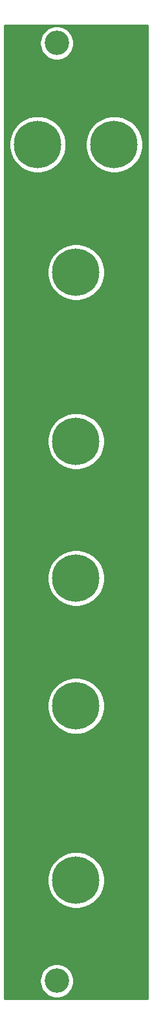
<source format=gbr>
%TF.GenerationSoftware,KiCad,Pcbnew,(5.1.6-0-10_14)*%
%TF.CreationDate,2020-11-24T12:53:35-06:00*%
%TF.ProjectId,auxboxPanel,61757862-6f78-4506-916e-656c2e6b6963,rev?*%
%TF.SameCoordinates,Original*%
%TF.FileFunction,Copper,L2,Bot*%
%TF.FilePolarity,Positive*%
%FSLAX46Y46*%
G04 Gerber Fmt 4.6, Leading zero omitted, Abs format (unit mm)*
G04 Created by KiCad (PCBNEW (5.1.6-0-10_14)) date 2020-11-24 12:53:35*
%MOMM*%
%LPD*%
G01*
G04 APERTURE LIST*
%TA.AperFunction,ComponentPad*%
%ADD10C,6.200000*%
%TD*%
%TA.AperFunction,ComponentPad*%
%ADD11C,3.200000*%
%TD*%
%TA.AperFunction,NonConductor*%
%ADD12C,0.254000*%
%TD*%
G04 APERTURE END LIST*
D10*
%TO.P,REF\u002A\u002A,*%
%TO.N,*%
X55000000Y-56990000D03*
%TD*%
%TO.P,REF\u002A\u002A,*%
%TO.N,*%
X65000000Y-56990000D03*
%TD*%
%TO.P,REF\u002A\u002A,*%
%TO.N,*%
X60000000Y-73683899D03*
%TD*%
%TO.P,REF\u002A\u002A,*%
%TO.N,*%
X60000000Y-95756799D03*
%TD*%
%TO.P,REF\u002A\u002A,*%
%TO.N,*%
X60000000Y-113650698D03*
%TD*%
%TO.P,REF\u002A\u002A,*%
%TO.N,*%
X60000000Y-130344597D03*
%TD*%
%TO.P,REF\u002A\u002A,*%
%TO.N,*%
X60000000Y-153088500D03*
%TD*%
D11*
%TO.P,REF\u002A\u002A,*%
%TO.N,*%
X57500000Y-43750000D03*
%TD*%
%TO.P,REF\u002A\u002A,*%
%TO.N,*%
X57500000Y-166250000D03*
%TD*%
D12*
G36*
X69340001Y-168590000D02*
G01*
X50660000Y-168590000D01*
X50660000Y-166029872D01*
X55265000Y-166029872D01*
X55265000Y-166470128D01*
X55350890Y-166901925D01*
X55519369Y-167308669D01*
X55763962Y-167674729D01*
X56075271Y-167986038D01*
X56441331Y-168230631D01*
X56848075Y-168399110D01*
X57279872Y-168485000D01*
X57720128Y-168485000D01*
X58151925Y-168399110D01*
X58558669Y-168230631D01*
X58924729Y-167986038D01*
X59236038Y-167674729D01*
X59480631Y-167308669D01*
X59649110Y-166901925D01*
X59735000Y-166470128D01*
X59735000Y-166029872D01*
X59649110Y-165598075D01*
X59480631Y-165191331D01*
X59236038Y-164825271D01*
X58924729Y-164513962D01*
X58558669Y-164269369D01*
X58151925Y-164100890D01*
X57720128Y-164015000D01*
X57279872Y-164015000D01*
X56848075Y-164100890D01*
X56441331Y-164269369D01*
X56075271Y-164513962D01*
X55763962Y-164825271D01*
X55519369Y-165191331D01*
X55350890Y-165598075D01*
X55265000Y-166029872D01*
X50660000Y-166029872D01*
X50660000Y-152720635D01*
X56265000Y-152720635D01*
X56265000Y-153456365D01*
X56408534Y-154177959D01*
X56690086Y-154857686D01*
X57098836Y-155469424D01*
X57619076Y-155989664D01*
X58230814Y-156398414D01*
X58910541Y-156679966D01*
X59632135Y-156823500D01*
X60367865Y-156823500D01*
X61089459Y-156679966D01*
X61769186Y-156398414D01*
X62380924Y-155989664D01*
X62901164Y-155469424D01*
X63309914Y-154857686D01*
X63591466Y-154177959D01*
X63735000Y-153456365D01*
X63735000Y-152720635D01*
X63591466Y-151999041D01*
X63309914Y-151319314D01*
X62901164Y-150707576D01*
X62380924Y-150187336D01*
X61769186Y-149778586D01*
X61089459Y-149497034D01*
X60367865Y-149353500D01*
X59632135Y-149353500D01*
X58910541Y-149497034D01*
X58230814Y-149778586D01*
X57619076Y-150187336D01*
X57098836Y-150707576D01*
X56690086Y-151319314D01*
X56408534Y-151999041D01*
X56265000Y-152720635D01*
X50660000Y-152720635D01*
X50660000Y-129976732D01*
X56265000Y-129976732D01*
X56265000Y-130712462D01*
X56408534Y-131434056D01*
X56690086Y-132113783D01*
X57098836Y-132725521D01*
X57619076Y-133245761D01*
X58230814Y-133654511D01*
X58910541Y-133936063D01*
X59632135Y-134079597D01*
X60367865Y-134079597D01*
X61089459Y-133936063D01*
X61769186Y-133654511D01*
X62380924Y-133245761D01*
X62901164Y-132725521D01*
X63309914Y-132113783D01*
X63591466Y-131434056D01*
X63735000Y-130712462D01*
X63735000Y-129976732D01*
X63591466Y-129255138D01*
X63309914Y-128575411D01*
X62901164Y-127963673D01*
X62380924Y-127443433D01*
X61769186Y-127034683D01*
X61089459Y-126753131D01*
X60367865Y-126609597D01*
X59632135Y-126609597D01*
X58910541Y-126753131D01*
X58230814Y-127034683D01*
X57619076Y-127443433D01*
X57098836Y-127963673D01*
X56690086Y-128575411D01*
X56408534Y-129255138D01*
X56265000Y-129976732D01*
X50660000Y-129976732D01*
X50660000Y-113282833D01*
X56265000Y-113282833D01*
X56265000Y-114018563D01*
X56408534Y-114740157D01*
X56690086Y-115419884D01*
X57098836Y-116031622D01*
X57619076Y-116551862D01*
X58230814Y-116960612D01*
X58910541Y-117242164D01*
X59632135Y-117385698D01*
X60367865Y-117385698D01*
X61089459Y-117242164D01*
X61769186Y-116960612D01*
X62380924Y-116551862D01*
X62901164Y-116031622D01*
X63309914Y-115419884D01*
X63591466Y-114740157D01*
X63735000Y-114018563D01*
X63735000Y-113282833D01*
X63591466Y-112561239D01*
X63309914Y-111881512D01*
X62901164Y-111269774D01*
X62380924Y-110749534D01*
X61769186Y-110340784D01*
X61089459Y-110059232D01*
X60367865Y-109915698D01*
X59632135Y-109915698D01*
X58910541Y-110059232D01*
X58230814Y-110340784D01*
X57619076Y-110749534D01*
X57098836Y-111269774D01*
X56690086Y-111881512D01*
X56408534Y-112561239D01*
X56265000Y-113282833D01*
X50660000Y-113282833D01*
X50660000Y-95388934D01*
X56265000Y-95388934D01*
X56265000Y-96124664D01*
X56408534Y-96846258D01*
X56690086Y-97525985D01*
X57098836Y-98137723D01*
X57619076Y-98657963D01*
X58230814Y-99066713D01*
X58910541Y-99348265D01*
X59632135Y-99491799D01*
X60367865Y-99491799D01*
X61089459Y-99348265D01*
X61769186Y-99066713D01*
X62380924Y-98657963D01*
X62901164Y-98137723D01*
X63309914Y-97525985D01*
X63591466Y-96846258D01*
X63735000Y-96124664D01*
X63735000Y-95388934D01*
X63591466Y-94667340D01*
X63309914Y-93987613D01*
X62901164Y-93375875D01*
X62380924Y-92855635D01*
X61769186Y-92446885D01*
X61089459Y-92165333D01*
X60367865Y-92021799D01*
X59632135Y-92021799D01*
X58910541Y-92165333D01*
X58230814Y-92446885D01*
X57619076Y-92855635D01*
X57098836Y-93375875D01*
X56690086Y-93987613D01*
X56408534Y-94667340D01*
X56265000Y-95388934D01*
X50660000Y-95388934D01*
X50660000Y-73316034D01*
X56265000Y-73316034D01*
X56265000Y-74051764D01*
X56408534Y-74773358D01*
X56690086Y-75453085D01*
X57098836Y-76064823D01*
X57619076Y-76585063D01*
X58230814Y-76993813D01*
X58910541Y-77275365D01*
X59632135Y-77418899D01*
X60367865Y-77418899D01*
X61089459Y-77275365D01*
X61769186Y-76993813D01*
X62380924Y-76585063D01*
X62901164Y-76064823D01*
X63309914Y-75453085D01*
X63591466Y-74773358D01*
X63735000Y-74051764D01*
X63735000Y-73316034D01*
X63591466Y-72594440D01*
X63309914Y-71914713D01*
X62901164Y-71302975D01*
X62380924Y-70782735D01*
X61769186Y-70373985D01*
X61089459Y-70092433D01*
X60367865Y-69948899D01*
X59632135Y-69948899D01*
X58910541Y-70092433D01*
X58230814Y-70373985D01*
X57619076Y-70782735D01*
X57098836Y-71302975D01*
X56690086Y-71914713D01*
X56408534Y-72594440D01*
X56265000Y-73316034D01*
X50660000Y-73316034D01*
X50660000Y-56622135D01*
X51265000Y-56622135D01*
X51265000Y-57357865D01*
X51408534Y-58079459D01*
X51690086Y-58759186D01*
X52098836Y-59370924D01*
X52619076Y-59891164D01*
X53230814Y-60299914D01*
X53910541Y-60581466D01*
X54632135Y-60725000D01*
X55367865Y-60725000D01*
X56089459Y-60581466D01*
X56769186Y-60299914D01*
X57380924Y-59891164D01*
X57901164Y-59370924D01*
X58309914Y-58759186D01*
X58591466Y-58079459D01*
X58735000Y-57357865D01*
X58735000Y-56622135D01*
X61265000Y-56622135D01*
X61265000Y-57357865D01*
X61408534Y-58079459D01*
X61690086Y-58759186D01*
X62098836Y-59370924D01*
X62619076Y-59891164D01*
X63230814Y-60299914D01*
X63910541Y-60581466D01*
X64632135Y-60725000D01*
X65367865Y-60725000D01*
X66089459Y-60581466D01*
X66769186Y-60299914D01*
X67380924Y-59891164D01*
X67901164Y-59370924D01*
X68309914Y-58759186D01*
X68591466Y-58079459D01*
X68735000Y-57357865D01*
X68735000Y-56622135D01*
X68591466Y-55900541D01*
X68309914Y-55220814D01*
X67901164Y-54609076D01*
X67380924Y-54088836D01*
X66769186Y-53680086D01*
X66089459Y-53398534D01*
X65367865Y-53255000D01*
X64632135Y-53255000D01*
X63910541Y-53398534D01*
X63230814Y-53680086D01*
X62619076Y-54088836D01*
X62098836Y-54609076D01*
X61690086Y-55220814D01*
X61408534Y-55900541D01*
X61265000Y-56622135D01*
X58735000Y-56622135D01*
X58591466Y-55900541D01*
X58309914Y-55220814D01*
X57901164Y-54609076D01*
X57380924Y-54088836D01*
X56769186Y-53680086D01*
X56089459Y-53398534D01*
X55367865Y-53255000D01*
X54632135Y-53255000D01*
X53910541Y-53398534D01*
X53230814Y-53680086D01*
X52619076Y-54088836D01*
X52098836Y-54609076D01*
X51690086Y-55220814D01*
X51408534Y-55900541D01*
X51265000Y-56622135D01*
X50660000Y-56622135D01*
X50660000Y-43529872D01*
X55265000Y-43529872D01*
X55265000Y-43970128D01*
X55350890Y-44401925D01*
X55519369Y-44808669D01*
X55763962Y-45174729D01*
X56075271Y-45486038D01*
X56441331Y-45730631D01*
X56848075Y-45899110D01*
X57279872Y-45985000D01*
X57720128Y-45985000D01*
X58151925Y-45899110D01*
X58558669Y-45730631D01*
X58924729Y-45486038D01*
X59236038Y-45174729D01*
X59480631Y-44808669D01*
X59649110Y-44401925D01*
X59735000Y-43970128D01*
X59735000Y-43529872D01*
X59649110Y-43098075D01*
X59480631Y-42691331D01*
X59236038Y-42325271D01*
X58924729Y-42013962D01*
X58558669Y-41769369D01*
X58151925Y-41600890D01*
X57720128Y-41515000D01*
X57279872Y-41515000D01*
X56848075Y-41600890D01*
X56441331Y-41769369D01*
X56075271Y-42013962D01*
X55763962Y-42325271D01*
X55519369Y-42691331D01*
X55350890Y-43098075D01*
X55265000Y-43529872D01*
X50660000Y-43529872D01*
X50660000Y-41410000D01*
X69340000Y-41410000D01*
X69340001Y-168590000D01*
G37*
X69340001Y-168590000D02*
X50660000Y-168590000D01*
X50660000Y-166029872D01*
X55265000Y-166029872D01*
X55265000Y-166470128D01*
X55350890Y-166901925D01*
X55519369Y-167308669D01*
X55763962Y-167674729D01*
X56075271Y-167986038D01*
X56441331Y-168230631D01*
X56848075Y-168399110D01*
X57279872Y-168485000D01*
X57720128Y-168485000D01*
X58151925Y-168399110D01*
X58558669Y-168230631D01*
X58924729Y-167986038D01*
X59236038Y-167674729D01*
X59480631Y-167308669D01*
X59649110Y-166901925D01*
X59735000Y-166470128D01*
X59735000Y-166029872D01*
X59649110Y-165598075D01*
X59480631Y-165191331D01*
X59236038Y-164825271D01*
X58924729Y-164513962D01*
X58558669Y-164269369D01*
X58151925Y-164100890D01*
X57720128Y-164015000D01*
X57279872Y-164015000D01*
X56848075Y-164100890D01*
X56441331Y-164269369D01*
X56075271Y-164513962D01*
X55763962Y-164825271D01*
X55519369Y-165191331D01*
X55350890Y-165598075D01*
X55265000Y-166029872D01*
X50660000Y-166029872D01*
X50660000Y-152720635D01*
X56265000Y-152720635D01*
X56265000Y-153456365D01*
X56408534Y-154177959D01*
X56690086Y-154857686D01*
X57098836Y-155469424D01*
X57619076Y-155989664D01*
X58230814Y-156398414D01*
X58910541Y-156679966D01*
X59632135Y-156823500D01*
X60367865Y-156823500D01*
X61089459Y-156679966D01*
X61769186Y-156398414D01*
X62380924Y-155989664D01*
X62901164Y-155469424D01*
X63309914Y-154857686D01*
X63591466Y-154177959D01*
X63735000Y-153456365D01*
X63735000Y-152720635D01*
X63591466Y-151999041D01*
X63309914Y-151319314D01*
X62901164Y-150707576D01*
X62380924Y-150187336D01*
X61769186Y-149778586D01*
X61089459Y-149497034D01*
X60367865Y-149353500D01*
X59632135Y-149353500D01*
X58910541Y-149497034D01*
X58230814Y-149778586D01*
X57619076Y-150187336D01*
X57098836Y-150707576D01*
X56690086Y-151319314D01*
X56408534Y-151999041D01*
X56265000Y-152720635D01*
X50660000Y-152720635D01*
X50660000Y-129976732D01*
X56265000Y-129976732D01*
X56265000Y-130712462D01*
X56408534Y-131434056D01*
X56690086Y-132113783D01*
X57098836Y-132725521D01*
X57619076Y-133245761D01*
X58230814Y-133654511D01*
X58910541Y-133936063D01*
X59632135Y-134079597D01*
X60367865Y-134079597D01*
X61089459Y-133936063D01*
X61769186Y-133654511D01*
X62380924Y-133245761D01*
X62901164Y-132725521D01*
X63309914Y-132113783D01*
X63591466Y-131434056D01*
X63735000Y-130712462D01*
X63735000Y-129976732D01*
X63591466Y-129255138D01*
X63309914Y-128575411D01*
X62901164Y-127963673D01*
X62380924Y-127443433D01*
X61769186Y-127034683D01*
X61089459Y-126753131D01*
X60367865Y-126609597D01*
X59632135Y-126609597D01*
X58910541Y-126753131D01*
X58230814Y-127034683D01*
X57619076Y-127443433D01*
X57098836Y-127963673D01*
X56690086Y-128575411D01*
X56408534Y-129255138D01*
X56265000Y-129976732D01*
X50660000Y-129976732D01*
X50660000Y-113282833D01*
X56265000Y-113282833D01*
X56265000Y-114018563D01*
X56408534Y-114740157D01*
X56690086Y-115419884D01*
X57098836Y-116031622D01*
X57619076Y-116551862D01*
X58230814Y-116960612D01*
X58910541Y-117242164D01*
X59632135Y-117385698D01*
X60367865Y-117385698D01*
X61089459Y-117242164D01*
X61769186Y-116960612D01*
X62380924Y-116551862D01*
X62901164Y-116031622D01*
X63309914Y-115419884D01*
X63591466Y-114740157D01*
X63735000Y-114018563D01*
X63735000Y-113282833D01*
X63591466Y-112561239D01*
X63309914Y-111881512D01*
X62901164Y-111269774D01*
X62380924Y-110749534D01*
X61769186Y-110340784D01*
X61089459Y-110059232D01*
X60367865Y-109915698D01*
X59632135Y-109915698D01*
X58910541Y-110059232D01*
X58230814Y-110340784D01*
X57619076Y-110749534D01*
X57098836Y-111269774D01*
X56690086Y-111881512D01*
X56408534Y-112561239D01*
X56265000Y-113282833D01*
X50660000Y-113282833D01*
X50660000Y-95388934D01*
X56265000Y-95388934D01*
X56265000Y-96124664D01*
X56408534Y-96846258D01*
X56690086Y-97525985D01*
X57098836Y-98137723D01*
X57619076Y-98657963D01*
X58230814Y-99066713D01*
X58910541Y-99348265D01*
X59632135Y-99491799D01*
X60367865Y-99491799D01*
X61089459Y-99348265D01*
X61769186Y-99066713D01*
X62380924Y-98657963D01*
X62901164Y-98137723D01*
X63309914Y-97525985D01*
X63591466Y-96846258D01*
X63735000Y-96124664D01*
X63735000Y-95388934D01*
X63591466Y-94667340D01*
X63309914Y-93987613D01*
X62901164Y-93375875D01*
X62380924Y-92855635D01*
X61769186Y-92446885D01*
X61089459Y-92165333D01*
X60367865Y-92021799D01*
X59632135Y-92021799D01*
X58910541Y-92165333D01*
X58230814Y-92446885D01*
X57619076Y-92855635D01*
X57098836Y-93375875D01*
X56690086Y-93987613D01*
X56408534Y-94667340D01*
X56265000Y-95388934D01*
X50660000Y-95388934D01*
X50660000Y-73316034D01*
X56265000Y-73316034D01*
X56265000Y-74051764D01*
X56408534Y-74773358D01*
X56690086Y-75453085D01*
X57098836Y-76064823D01*
X57619076Y-76585063D01*
X58230814Y-76993813D01*
X58910541Y-77275365D01*
X59632135Y-77418899D01*
X60367865Y-77418899D01*
X61089459Y-77275365D01*
X61769186Y-76993813D01*
X62380924Y-76585063D01*
X62901164Y-76064823D01*
X63309914Y-75453085D01*
X63591466Y-74773358D01*
X63735000Y-74051764D01*
X63735000Y-73316034D01*
X63591466Y-72594440D01*
X63309914Y-71914713D01*
X62901164Y-71302975D01*
X62380924Y-70782735D01*
X61769186Y-70373985D01*
X61089459Y-70092433D01*
X60367865Y-69948899D01*
X59632135Y-69948899D01*
X58910541Y-70092433D01*
X58230814Y-70373985D01*
X57619076Y-70782735D01*
X57098836Y-71302975D01*
X56690086Y-71914713D01*
X56408534Y-72594440D01*
X56265000Y-73316034D01*
X50660000Y-73316034D01*
X50660000Y-56622135D01*
X51265000Y-56622135D01*
X51265000Y-57357865D01*
X51408534Y-58079459D01*
X51690086Y-58759186D01*
X52098836Y-59370924D01*
X52619076Y-59891164D01*
X53230814Y-60299914D01*
X53910541Y-60581466D01*
X54632135Y-60725000D01*
X55367865Y-60725000D01*
X56089459Y-60581466D01*
X56769186Y-60299914D01*
X57380924Y-59891164D01*
X57901164Y-59370924D01*
X58309914Y-58759186D01*
X58591466Y-58079459D01*
X58735000Y-57357865D01*
X58735000Y-56622135D01*
X61265000Y-56622135D01*
X61265000Y-57357865D01*
X61408534Y-58079459D01*
X61690086Y-58759186D01*
X62098836Y-59370924D01*
X62619076Y-59891164D01*
X63230814Y-60299914D01*
X63910541Y-60581466D01*
X64632135Y-60725000D01*
X65367865Y-60725000D01*
X66089459Y-60581466D01*
X66769186Y-60299914D01*
X67380924Y-59891164D01*
X67901164Y-59370924D01*
X68309914Y-58759186D01*
X68591466Y-58079459D01*
X68735000Y-57357865D01*
X68735000Y-56622135D01*
X68591466Y-55900541D01*
X68309914Y-55220814D01*
X67901164Y-54609076D01*
X67380924Y-54088836D01*
X66769186Y-53680086D01*
X66089459Y-53398534D01*
X65367865Y-53255000D01*
X64632135Y-53255000D01*
X63910541Y-53398534D01*
X63230814Y-53680086D01*
X62619076Y-54088836D01*
X62098836Y-54609076D01*
X61690086Y-55220814D01*
X61408534Y-55900541D01*
X61265000Y-56622135D01*
X58735000Y-56622135D01*
X58591466Y-55900541D01*
X58309914Y-55220814D01*
X57901164Y-54609076D01*
X57380924Y-54088836D01*
X56769186Y-53680086D01*
X56089459Y-53398534D01*
X55367865Y-53255000D01*
X54632135Y-53255000D01*
X53910541Y-53398534D01*
X53230814Y-53680086D01*
X52619076Y-54088836D01*
X52098836Y-54609076D01*
X51690086Y-55220814D01*
X51408534Y-55900541D01*
X51265000Y-56622135D01*
X50660000Y-56622135D01*
X50660000Y-43529872D01*
X55265000Y-43529872D01*
X55265000Y-43970128D01*
X55350890Y-44401925D01*
X55519369Y-44808669D01*
X55763962Y-45174729D01*
X56075271Y-45486038D01*
X56441331Y-45730631D01*
X56848075Y-45899110D01*
X57279872Y-45985000D01*
X57720128Y-45985000D01*
X58151925Y-45899110D01*
X58558669Y-45730631D01*
X58924729Y-45486038D01*
X59236038Y-45174729D01*
X59480631Y-44808669D01*
X59649110Y-44401925D01*
X59735000Y-43970128D01*
X59735000Y-43529872D01*
X59649110Y-43098075D01*
X59480631Y-42691331D01*
X59236038Y-42325271D01*
X58924729Y-42013962D01*
X58558669Y-41769369D01*
X58151925Y-41600890D01*
X57720128Y-41515000D01*
X57279872Y-41515000D01*
X56848075Y-41600890D01*
X56441331Y-41769369D01*
X56075271Y-42013962D01*
X55763962Y-42325271D01*
X55519369Y-42691331D01*
X55350890Y-43098075D01*
X55265000Y-43529872D01*
X50660000Y-43529872D01*
X50660000Y-41410000D01*
X69340000Y-41410000D01*
X69340001Y-168590000D01*
M02*

</source>
